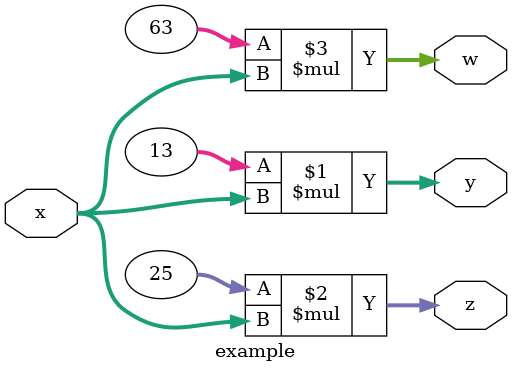
<source format=v>
module example(
    input [31:0] x,
    output [31:0] y,
    output [31:0] z,
    output [31:0] w
);

assign y = 13 * x ;
assign z = 25 * x ;
assign w = 63 * x ;

endmodule
</source>
